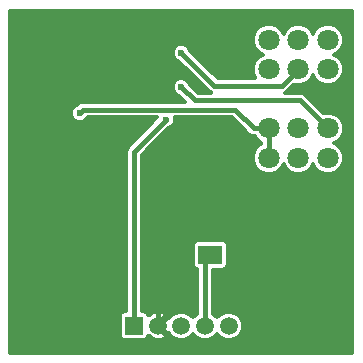
<source format=gbl>
%TF.GenerationSoftware,KiCad,Pcbnew,4.0.7*%
%TF.CreationDate,2018-01-15T21:42:26+11:00*%
%TF.ProjectId,MID_STACK,4D49445F535441434B2E6B696361645F,rev?*%
%TF.FileFunction,Copper,L2,Bot,Signal*%
%FSLAX46Y46*%
G04 Gerber Fmt 4.6, Leading zero omitted, Abs format (unit mm)*
G04 Created by KiCad (PCBNEW 4.0.7) date 01/15/18 21:42:26*
%MOMM*%
%LPD*%
G01*
G04 APERTURE LIST*
%ADD10C,0.100000*%
%ADD11R,1.500000X1.500000*%
%ADD12C,1.500000*%
%ADD13C,1.800000*%
%ADD14R,2.000000X1.600000*%
%ADD15C,0.600000*%
%ADD16C,0.400000*%
%ADD17C,0.300000*%
G04 APERTURE END LIST*
D10*
D11*
X155000000Y-91200000D03*
D12*
X157000000Y-91200000D03*
X159000000Y-91200000D03*
X161000000Y-91200000D03*
X163000000Y-91200000D03*
D13*
X171400000Y-77000000D03*
X168900000Y-77000000D03*
X166400000Y-77000000D03*
X166400000Y-67000000D03*
X168900000Y-67000000D03*
X171400000Y-67000000D03*
X166400000Y-69500000D03*
X168900000Y-69500000D03*
X171400000Y-69500000D03*
X166400000Y-74500000D03*
X168900000Y-74500000D03*
X171400000Y-74500000D03*
D14*
X161450000Y-85200000D03*
X157450000Y-85200000D03*
D15*
X157700000Y-73750000D03*
X148475026Y-70650000D03*
X159000000Y-68100000D03*
X150400000Y-73200000D03*
X159000000Y-71000000D03*
D16*
X161000000Y-91200000D02*
X161000000Y-85650000D01*
X161000000Y-85650000D02*
X161450000Y-85200000D01*
X155000000Y-91200000D02*
X155000000Y-76450000D01*
X155000000Y-76450000D02*
X157700000Y-73750000D01*
X157000000Y-91200000D02*
X157000000Y-85650000D01*
X157000000Y-85650000D02*
X157450000Y-85200000D01*
X159000000Y-68100000D02*
X161800001Y-70900001D01*
X161800001Y-70900001D02*
X167499999Y-70900001D01*
X167499999Y-70900001D02*
X168000001Y-70399999D01*
X168000001Y-70399999D02*
X168900000Y-69500000D01*
X163527208Y-72900000D02*
X150700000Y-72900000D01*
X150700000Y-72900000D02*
X150400000Y-73200000D01*
X166400000Y-74500000D02*
X165127208Y-74500000D01*
X165127208Y-74500000D02*
X163527208Y-72900000D01*
X166400000Y-74500000D02*
X166400000Y-75750000D01*
X166400000Y-75750000D02*
X166400000Y-77000000D01*
X160130000Y-72130500D02*
X159000000Y-71000000D01*
X169030000Y-72130500D02*
X160130000Y-72130500D01*
X171400000Y-74500000D02*
X169030000Y-72130500D01*
D17*
G36*
X173475000Y-93475000D02*
X144525000Y-93475000D01*
X144525000Y-73348530D01*
X149649870Y-73348530D01*
X149763811Y-73624286D01*
X149974605Y-73835448D01*
X150250161Y-73949869D01*
X150548530Y-73950130D01*
X150824286Y-73836189D01*
X151035448Y-73625395D01*
X151066755Y-73550000D01*
X156970960Y-73550000D01*
X156964000Y-73566761D01*
X154540381Y-75990381D01*
X154399478Y-76201255D01*
X154392908Y-76234288D01*
X154350000Y-76450000D01*
X154350000Y-89991184D01*
X154250000Y-89991184D01*
X154083240Y-90022562D01*
X153930081Y-90121117D01*
X153827332Y-90271495D01*
X153791184Y-90450000D01*
X153791184Y-91950000D01*
X153822562Y-92116760D01*
X153921117Y-92269919D01*
X154071495Y-92372668D01*
X154250000Y-92408816D01*
X155750000Y-92408816D01*
X155916760Y-92377438D01*
X156069919Y-92278883D01*
X156172668Y-92128505D01*
X156177668Y-92103816D01*
X156242993Y-92169141D01*
X156327658Y-92084476D01*
X156407617Y-92270540D01*
X156862388Y-92415745D01*
X157338108Y-92375864D01*
X157592383Y-92270540D01*
X157672343Y-92084475D01*
X157000000Y-91412132D01*
X156985858Y-91426275D01*
X156773726Y-91214143D01*
X156787868Y-91200000D01*
X157212132Y-91200000D01*
X157884475Y-91872343D01*
X157965091Y-91837699D01*
X157982097Y-91878857D01*
X158319367Y-92216717D01*
X158760258Y-92399791D01*
X159237647Y-92400207D01*
X159678857Y-92217903D01*
X160000265Y-91897057D01*
X160319367Y-92216717D01*
X160760258Y-92399791D01*
X161237647Y-92400207D01*
X161678857Y-92217903D01*
X162000265Y-91897057D01*
X162319367Y-92216717D01*
X162760258Y-92399791D01*
X163237647Y-92400207D01*
X163678857Y-92217903D01*
X164016717Y-91880633D01*
X164199791Y-91439742D01*
X164200207Y-90962353D01*
X164017903Y-90521143D01*
X163680633Y-90183283D01*
X163239742Y-90000209D01*
X162762353Y-89999793D01*
X162321143Y-90182097D01*
X161999735Y-90502943D01*
X161680633Y-90183283D01*
X161650000Y-90170563D01*
X161650000Y-86458816D01*
X162450000Y-86458816D01*
X162616760Y-86427438D01*
X162769919Y-86328883D01*
X162872668Y-86178505D01*
X162908816Y-86000000D01*
X162908816Y-84400000D01*
X162877438Y-84233240D01*
X162778883Y-84080081D01*
X162628505Y-83977332D01*
X162450000Y-83941184D01*
X160450000Y-83941184D01*
X160283240Y-83972562D01*
X160130081Y-84071117D01*
X160027332Y-84221495D01*
X159991184Y-84400000D01*
X159991184Y-86000000D01*
X160022562Y-86166760D01*
X160121117Y-86319919D01*
X160271495Y-86422668D01*
X160350000Y-86438566D01*
X160350000Y-90170174D01*
X160321143Y-90182097D01*
X159999735Y-90502943D01*
X159680633Y-90183283D01*
X159239742Y-90000209D01*
X158762353Y-89999793D01*
X158321143Y-90182097D01*
X157983283Y-90519367D01*
X157965400Y-90562434D01*
X157884475Y-90527657D01*
X157212132Y-91200000D01*
X156787868Y-91200000D01*
X156773726Y-91185858D01*
X156985858Y-90973726D01*
X157000000Y-90987868D01*
X157672343Y-90315525D01*
X157592383Y-90129460D01*
X157137612Y-89984255D01*
X156661892Y-90024136D01*
X156407617Y-90129460D01*
X156327658Y-90315524D01*
X156242993Y-90230859D01*
X156179524Y-90294328D01*
X156177438Y-90283240D01*
X156078883Y-90130081D01*
X155928505Y-90027332D01*
X155750000Y-89991184D01*
X155650000Y-89991184D01*
X155650000Y-76719238D01*
X157883599Y-74485640D01*
X158124286Y-74386189D01*
X158335448Y-74175395D01*
X158449869Y-73899839D01*
X158450130Y-73601470D01*
X158428863Y-73550000D01*
X163257970Y-73550000D01*
X164667589Y-74959620D01*
X164878464Y-75100522D01*
X165127208Y-75150000D01*
X165207872Y-75150000D01*
X165254858Y-75263715D01*
X165634288Y-75643807D01*
X165750000Y-75691855D01*
X165750000Y-75807872D01*
X165636285Y-75854858D01*
X165256193Y-76234288D01*
X165050235Y-76730290D01*
X165049766Y-77267353D01*
X165254858Y-77763715D01*
X165634288Y-78143807D01*
X166130290Y-78349765D01*
X166667353Y-78350234D01*
X167163715Y-78145142D01*
X167543807Y-77765712D01*
X167650007Y-77509955D01*
X167754858Y-77763715D01*
X168134288Y-78143807D01*
X168630290Y-78349765D01*
X169167353Y-78350234D01*
X169663715Y-78145142D01*
X170043807Y-77765712D01*
X170150007Y-77509955D01*
X170254858Y-77763715D01*
X170634288Y-78143807D01*
X171130290Y-78349765D01*
X171667353Y-78350234D01*
X172163715Y-78145142D01*
X172543807Y-77765712D01*
X172749765Y-77269710D01*
X172750234Y-76732647D01*
X172545142Y-76236285D01*
X172165712Y-75856193D01*
X171909955Y-75749993D01*
X172163715Y-75645142D01*
X172543807Y-75265712D01*
X172749765Y-74769710D01*
X172750234Y-74232647D01*
X172545142Y-73736285D01*
X172165712Y-73356193D01*
X171669710Y-73150235D01*
X171132647Y-73149766D01*
X171016725Y-73197664D01*
X169489571Y-71670832D01*
X169381470Y-71598618D01*
X169278744Y-71529978D01*
X169278710Y-71529971D01*
X169278681Y-71529952D01*
X169159848Y-71506328D01*
X169030000Y-71480500D01*
X167778710Y-71480500D01*
X167959618Y-71359620D01*
X168459621Y-70859618D01*
X168459623Y-70859615D01*
X168516657Y-70802581D01*
X168630290Y-70849765D01*
X169167353Y-70850234D01*
X169663715Y-70645142D01*
X170043807Y-70265712D01*
X170150007Y-70009955D01*
X170254858Y-70263715D01*
X170634288Y-70643807D01*
X171130290Y-70849765D01*
X171667353Y-70850234D01*
X172163715Y-70645142D01*
X172543807Y-70265712D01*
X172749765Y-69769710D01*
X172750234Y-69232647D01*
X172545142Y-68736285D01*
X172165712Y-68356193D01*
X171909955Y-68249993D01*
X172163715Y-68145142D01*
X172543807Y-67765712D01*
X172749765Y-67269710D01*
X172750234Y-66732647D01*
X172545142Y-66236285D01*
X172165712Y-65856193D01*
X171669710Y-65650235D01*
X171132647Y-65649766D01*
X170636285Y-65854858D01*
X170256193Y-66234288D01*
X170149993Y-66490045D01*
X170045142Y-66236285D01*
X169665712Y-65856193D01*
X169169710Y-65650235D01*
X168632647Y-65649766D01*
X168136285Y-65854858D01*
X167756193Y-66234288D01*
X167649993Y-66490045D01*
X167545142Y-66236285D01*
X167165712Y-65856193D01*
X166669710Y-65650235D01*
X166132647Y-65649766D01*
X165636285Y-65854858D01*
X165256193Y-66234288D01*
X165050235Y-66730290D01*
X165049766Y-67267353D01*
X165254858Y-67763715D01*
X165634288Y-68143807D01*
X165890045Y-68250007D01*
X165636285Y-68354858D01*
X165256193Y-68734288D01*
X165050235Y-69230290D01*
X165049766Y-69767353D01*
X165249192Y-70250001D01*
X162069240Y-70250001D01*
X159735640Y-67916402D01*
X159636189Y-67675714D01*
X159425395Y-67464552D01*
X159149839Y-67350131D01*
X158851470Y-67349870D01*
X158575714Y-67463811D01*
X158364552Y-67674605D01*
X158250131Y-67950161D01*
X158249870Y-68248530D01*
X158363811Y-68524286D01*
X158574605Y-68735448D01*
X158816763Y-68836001D01*
X161340381Y-71359620D01*
X161481284Y-71453768D01*
X161521291Y-71480500D01*
X160399323Y-71480500D01*
X159735725Y-70816609D01*
X159636189Y-70575714D01*
X159425395Y-70364552D01*
X159149839Y-70250131D01*
X158851470Y-70249870D01*
X158575714Y-70363811D01*
X158364552Y-70574605D01*
X158250131Y-70850161D01*
X158249870Y-71148530D01*
X158363811Y-71424286D01*
X158574605Y-71635448D01*
X158816552Y-71735913D01*
X159330411Y-72250000D01*
X150700000Y-72250000D01*
X150492524Y-72291269D01*
X150451255Y-72299478D01*
X150240381Y-72440381D01*
X150216402Y-72464360D01*
X149975714Y-72563811D01*
X149764552Y-72774605D01*
X149650131Y-73050161D01*
X149649870Y-73348530D01*
X144525000Y-73348530D01*
X144525000Y-64525000D01*
X173475000Y-64525000D01*
X173475000Y-93475000D01*
X173475000Y-93475000D01*
G37*
X173475000Y-93475000D02*
X144525000Y-93475000D01*
X144525000Y-73348530D01*
X149649870Y-73348530D01*
X149763811Y-73624286D01*
X149974605Y-73835448D01*
X150250161Y-73949869D01*
X150548530Y-73950130D01*
X150824286Y-73836189D01*
X151035448Y-73625395D01*
X151066755Y-73550000D01*
X156970960Y-73550000D01*
X156964000Y-73566761D01*
X154540381Y-75990381D01*
X154399478Y-76201255D01*
X154392908Y-76234288D01*
X154350000Y-76450000D01*
X154350000Y-89991184D01*
X154250000Y-89991184D01*
X154083240Y-90022562D01*
X153930081Y-90121117D01*
X153827332Y-90271495D01*
X153791184Y-90450000D01*
X153791184Y-91950000D01*
X153822562Y-92116760D01*
X153921117Y-92269919D01*
X154071495Y-92372668D01*
X154250000Y-92408816D01*
X155750000Y-92408816D01*
X155916760Y-92377438D01*
X156069919Y-92278883D01*
X156172668Y-92128505D01*
X156177668Y-92103816D01*
X156242993Y-92169141D01*
X156327658Y-92084476D01*
X156407617Y-92270540D01*
X156862388Y-92415745D01*
X157338108Y-92375864D01*
X157592383Y-92270540D01*
X157672343Y-92084475D01*
X157000000Y-91412132D01*
X156985858Y-91426275D01*
X156773726Y-91214143D01*
X156787868Y-91200000D01*
X157212132Y-91200000D01*
X157884475Y-91872343D01*
X157965091Y-91837699D01*
X157982097Y-91878857D01*
X158319367Y-92216717D01*
X158760258Y-92399791D01*
X159237647Y-92400207D01*
X159678857Y-92217903D01*
X160000265Y-91897057D01*
X160319367Y-92216717D01*
X160760258Y-92399791D01*
X161237647Y-92400207D01*
X161678857Y-92217903D01*
X162000265Y-91897057D01*
X162319367Y-92216717D01*
X162760258Y-92399791D01*
X163237647Y-92400207D01*
X163678857Y-92217903D01*
X164016717Y-91880633D01*
X164199791Y-91439742D01*
X164200207Y-90962353D01*
X164017903Y-90521143D01*
X163680633Y-90183283D01*
X163239742Y-90000209D01*
X162762353Y-89999793D01*
X162321143Y-90182097D01*
X161999735Y-90502943D01*
X161680633Y-90183283D01*
X161650000Y-90170563D01*
X161650000Y-86458816D01*
X162450000Y-86458816D01*
X162616760Y-86427438D01*
X162769919Y-86328883D01*
X162872668Y-86178505D01*
X162908816Y-86000000D01*
X162908816Y-84400000D01*
X162877438Y-84233240D01*
X162778883Y-84080081D01*
X162628505Y-83977332D01*
X162450000Y-83941184D01*
X160450000Y-83941184D01*
X160283240Y-83972562D01*
X160130081Y-84071117D01*
X160027332Y-84221495D01*
X159991184Y-84400000D01*
X159991184Y-86000000D01*
X160022562Y-86166760D01*
X160121117Y-86319919D01*
X160271495Y-86422668D01*
X160350000Y-86438566D01*
X160350000Y-90170174D01*
X160321143Y-90182097D01*
X159999735Y-90502943D01*
X159680633Y-90183283D01*
X159239742Y-90000209D01*
X158762353Y-89999793D01*
X158321143Y-90182097D01*
X157983283Y-90519367D01*
X157965400Y-90562434D01*
X157884475Y-90527657D01*
X157212132Y-91200000D01*
X156787868Y-91200000D01*
X156773726Y-91185858D01*
X156985858Y-90973726D01*
X157000000Y-90987868D01*
X157672343Y-90315525D01*
X157592383Y-90129460D01*
X157137612Y-89984255D01*
X156661892Y-90024136D01*
X156407617Y-90129460D01*
X156327658Y-90315524D01*
X156242993Y-90230859D01*
X156179524Y-90294328D01*
X156177438Y-90283240D01*
X156078883Y-90130081D01*
X155928505Y-90027332D01*
X155750000Y-89991184D01*
X155650000Y-89991184D01*
X155650000Y-76719238D01*
X157883599Y-74485640D01*
X158124286Y-74386189D01*
X158335448Y-74175395D01*
X158449869Y-73899839D01*
X158450130Y-73601470D01*
X158428863Y-73550000D01*
X163257970Y-73550000D01*
X164667589Y-74959620D01*
X164878464Y-75100522D01*
X165127208Y-75150000D01*
X165207872Y-75150000D01*
X165254858Y-75263715D01*
X165634288Y-75643807D01*
X165750000Y-75691855D01*
X165750000Y-75807872D01*
X165636285Y-75854858D01*
X165256193Y-76234288D01*
X165050235Y-76730290D01*
X165049766Y-77267353D01*
X165254858Y-77763715D01*
X165634288Y-78143807D01*
X166130290Y-78349765D01*
X166667353Y-78350234D01*
X167163715Y-78145142D01*
X167543807Y-77765712D01*
X167650007Y-77509955D01*
X167754858Y-77763715D01*
X168134288Y-78143807D01*
X168630290Y-78349765D01*
X169167353Y-78350234D01*
X169663715Y-78145142D01*
X170043807Y-77765712D01*
X170150007Y-77509955D01*
X170254858Y-77763715D01*
X170634288Y-78143807D01*
X171130290Y-78349765D01*
X171667353Y-78350234D01*
X172163715Y-78145142D01*
X172543807Y-77765712D01*
X172749765Y-77269710D01*
X172750234Y-76732647D01*
X172545142Y-76236285D01*
X172165712Y-75856193D01*
X171909955Y-75749993D01*
X172163715Y-75645142D01*
X172543807Y-75265712D01*
X172749765Y-74769710D01*
X172750234Y-74232647D01*
X172545142Y-73736285D01*
X172165712Y-73356193D01*
X171669710Y-73150235D01*
X171132647Y-73149766D01*
X171016725Y-73197664D01*
X169489571Y-71670832D01*
X169381470Y-71598618D01*
X169278744Y-71529978D01*
X169278710Y-71529971D01*
X169278681Y-71529952D01*
X169159848Y-71506328D01*
X169030000Y-71480500D01*
X167778710Y-71480500D01*
X167959618Y-71359620D01*
X168459621Y-70859618D01*
X168459623Y-70859615D01*
X168516657Y-70802581D01*
X168630290Y-70849765D01*
X169167353Y-70850234D01*
X169663715Y-70645142D01*
X170043807Y-70265712D01*
X170150007Y-70009955D01*
X170254858Y-70263715D01*
X170634288Y-70643807D01*
X171130290Y-70849765D01*
X171667353Y-70850234D01*
X172163715Y-70645142D01*
X172543807Y-70265712D01*
X172749765Y-69769710D01*
X172750234Y-69232647D01*
X172545142Y-68736285D01*
X172165712Y-68356193D01*
X171909955Y-68249993D01*
X172163715Y-68145142D01*
X172543807Y-67765712D01*
X172749765Y-67269710D01*
X172750234Y-66732647D01*
X172545142Y-66236285D01*
X172165712Y-65856193D01*
X171669710Y-65650235D01*
X171132647Y-65649766D01*
X170636285Y-65854858D01*
X170256193Y-66234288D01*
X170149993Y-66490045D01*
X170045142Y-66236285D01*
X169665712Y-65856193D01*
X169169710Y-65650235D01*
X168632647Y-65649766D01*
X168136285Y-65854858D01*
X167756193Y-66234288D01*
X167649993Y-66490045D01*
X167545142Y-66236285D01*
X167165712Y-65856193D01*
X166669710Y-65650235D01*
X166132647Y-65649766D01*
X165636285Y-65854858D01*
X165256193Y-66234288D01*
X165050235Y-66730290D01*
X165049766Y-67267353D01*
X165254858Y-67763715D01*
X165634288Y-68143807D01*
X165890045Y-68250007D01*
X165636285Y-68354858D01*
X165256193Y-68734288D01*
X165050235Y-69230290D01*
X165049766Y-69767353D01*
X165249192Y-70250001D01*
X162069240Y-70250001D01*
X159735640Y-67916402D01*
X159636189Y-67675714D01*
X159425395Y-67464552D01*
X159149839Y-67350131D01*
X158851470Y-67349870D01*
X158575714Y-67463811D01*
X158364552Y-67674605D01*
X158250131Y-67950161D01*
X158249870Y-68248530D01*
X158363811Y-68524286D01*
X158574605Y-68735448D01*
X158816763Y-68836001D01*
X161340381Y-71359620D01*
X161481284Y-71453768D01*
X161521291Y-71480500D01*
X160399323Y-71480500D01*
X159735725Y-70816609D01*
X159636189Y-70575714D01*
X159425395Y-70364552D01*
X159149839Y-70250131D01*
X158851470Y-70249870D01*
X158575714Y-70363811D01*
X158364552Y-70574605D01*
X158250131Y-70850161D01*
X158249870Y-71148530D01*
X158363811Y-71424286D01*
X158574605Y-71635448D01*
X158816552Y-71735913D01*
X159330411Y-72250000D01*
X150700000Y-72250000D01*
X150492524Y-72291269D01*
X150451255Y-72299478D01*
X150240381Y-72440381D01*
X150216402Y-72464360D01*
X149975714Y-72563811D01*
X149764552Y-72774605D01*
X149650131Y-73050161D01*
X149649870Y-73348530D01*
X144525000Y-73348530D01*
X144525000Y-64525000D01*
X173475000Y-64525000D01*
X173475000Y-93475000D01*
M02*

</source>
